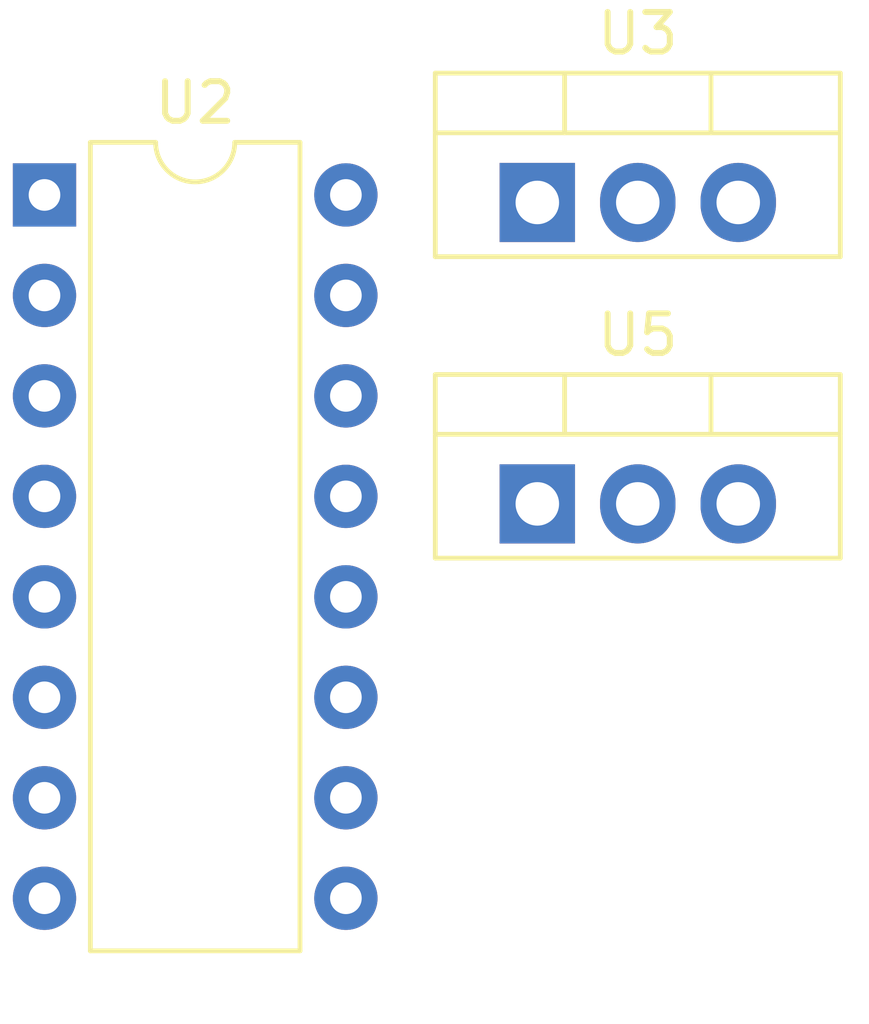
<source format=kicad_pcb>
(kicad_pcb (version 20221018) (generator pcbnew)
  (layers (0 "F.Cu" signal) (31 "B.Cu" signal) (34 "B.Paste" user) (35 "F.Paste" user) (36 "B.SilkS" user "B.Silkscreen") (37 "F.SilkS" user "F.Silkscreen") (38 "B.Mask" user) (39 "F.Mask" user) (44 "Edge.Cuts" user))
  (net 0 "")
  (net 1 "Net-(U1-34)")
  (net 2 "Net-(U1-32)")
  (net 3 "Net-(M1-+)")
  (net 4 "GND")
  (net 6 "Net-(M1--)")
  (net 7 "Net-(U1-35)")
  (net 8 "/Drive Motor")
  (net 16 "Net-(U3-ADJ)")
  (net 17 "Net-(U3-VI)")
  (net 18 "Net-(U5-ADJ)")
  (net 19 "/ESP Power")
  (footprint "Package_DIP:DIP-16_W7.62mm" (layer "F.Cu") (at 155.18 55.69)
    (fp_text reference "U2" (at 3.81 -2.33) (layer "F.SilkS"))
    (fp_text value "L293D")
    (fp_line (start 1.16 -1.33) (end 1.16 19.11) (stroke (width 0.12)) (layer "F.SilkS"))
    (fp_line (start 1.16 19.11) (end 6.46 19.11) (stroke (width 0.12)) (layer "F.SilkS"))
    (fp_line (start 2.81 -1.33) (end 1.16 -1.33) (stroke (width 0.12)) (layer "F.SilkS"))
    (fp_line (start 6.46 -1.33) (end 4.81 -1.33) (stroke (width 0.12)) (layer "F.SilkS"))
    (fp_line (start 6.46 19.11) (end 6.46 -1.33) (stroke (width 0.12)) (layer "F.SilkS"))
    (fp_arc (start 4.81 -1.33) (mid 3.81 -0.33) (end 2.81 -1.33) (stroke (width 0.12)) (layer "F.SilkS"))
    (pad "1" thru_hole rect (at 0 0) (size 1.6 1.6) (drill 0.8) (layers "*.Cu" "*.Mask") (net 1 "Net-(U1-34)"))
    (pad "2" thru_hole oval (at 0 2.54) (size 1.6 1.6) (drill 0.8) (layers "*.Cu" "*.Mask") (net 2 "Net-(U1-32)"))
    (pad "3" thru_hole oval (at 0 5.08) (size 1.6 1.6) (drill 0.8) (layers "*.Cu" "*.Mask") (net 3 "Net-(M1-+)"))
    (pad "4" thru_hole oval (at 0 7.62) (size 1.6 1.6) (drill 0.8) (layers "*.Cu" "*.Mask") (net 4 "GND"))
    (pad "5" thru_hole oval (at 0 10.16) (size 1.6 1.6) (drill 0.8) (layers "*.Cu" "*.Mask"))
    (pad "6" thru_hole oval (at 0 12.7) (size 1.6 1.6) (drill 0.8) (layers "*.Cu" "*.Mask") (net 6 "Net-(M1--)"))
    (pad "7" thru_hole oval (at 0 15.24) (size 1.6 1.6) (drill 0.8) (layers "*.Cu" "*.Mask") (net 7 "Net-(U1-35)"))
    (pad "8" thru_hole oval (at 0 17.78) (size 1.6 1.6) (drill 0.8) (layers "*.Cu" "*.Mask") (net 8 "/Drive Motor"))
    (pad "9" thru_hole oval (at 7.62 17.78) (size 1.6 1.6) (drill 0.8) (layers "*.Cu" "*.Mask"))
    (pad "10" thru_hole oval (at 7.62 15.24) (size 1.6 1.6) (drill 0.8) (layers "*.Cu" "*.Mask"))
    (pad "11" thru_hole oval (at 7.62 12.7) (size 1.6 1.6) (drill 0.8) (layers "*.Cu" "*.Mask"))
    (pad "12" thru_hole oval (at 7.62 10.16) (size 1.6 1.6) (drill 0.8) (layers "*.Cu" "*.Mask"))
    (pad "13" thru_hole oval (at 7.62 7.62) (size 1.6 1.6) (drill 0.8) (layers "*.Cu" "*.Mask"))
    (pad "14" thru_hole oval (at 7.62 5.08) (size 1.6 1.6) (drill 0.8) (layers "*.Cu" "*.Mask"))
    (pad "15" thru_hole oval (at 7.62 2.54) (size 1.6 1.6) (drill 0.8) (layers "*.Cu" "*.Mask"))
    (pad "16" thru_hole oval (at 7.62 0) (size 1.6 1.6) (drill 0.8) (layers "*.Cu" "*.Mask") (net 8 "/Drive Motor"))
  )
  (footprint "Package_TO_SOT_THT:TO-220-3_Vertical" (layer "F.Cu") (at 167.64 55.88)
    (fp_text reference "U3" (at 2.54 -4.27) (layer "F.SilkS"))
    (fp_text value "LM317_TO-220")
    (fp_line (start -2.58 -3.27) (end -2.58 1.371) (stroke (width 0.12)) (layer "F.SilkS"))
    (fp_line (start -2.58 -3.27) (end 7.66 -3.27) (stroke (width 0.12)) (layer "F.SilkS"))
    (fp_line (start -2.58 -1.76) (end 7.66 -1.76) (stroke (width 0.12)) (layer "F.SilkS"))
    (fp_line (start -2.58 1.371) (end 7.66 1.371) (stroke (width 0.12)) (layer "F.SilkS"))
    (fp_line (start 0.69 -3.27) (end 0.69 -1.76) (stroke (width 0.12)) (layer "F.SilkS"))
    (fp_line (start 4.391 -3.27) (end 4.391 -1.76) (stroke (width 0.12)) (layer "F.SilkS"))
    (fp_line (start 7.66 -3.27) (end 7.66 1.371) (stroke (width 0.12)) (layer "F.SilkS"))
    (pad "1" thru_hole rect (at 0 0) (size 1.905 2) (drill 1.1) (layers "*.Cu" "*.Mask") (net 16 "Net-(U3-ADJ)"))
    (pad "2" thru_hole oval (at 2.54 0) (size 1.905 2) (drill 1.1) (layers "*.Cu" "*.Mask") (net 8 "/Drive Motor"))
    (pad "3" thru_hole oval (at 5.08 0) (size 1.905 2) (drill 1.1) (layers "*.Cu" "*.Mask") (net 17 "Net-(U3-VI)"))
  )
  (footprint "Package_TO_SOT_THT:TO-220-3_Vertical" (layer "F.Cu") (at 167.64 63.5)
    (fp_text reference "U5" (at 2.54 -4.27) (layer "F.SilkS"))
    (fp_text value "LM317_TO-220")
    (fp_line (start -2.58 -3.27) (end -2.58 1.371) (stroke (width 0.12)) (layer "F.SilkS"))
    (fp_line (start -2.58 -3.27) (end 7.66 -3.27) (stroke (width 0.12)) (layer "F.SilkS"))
    (fp_line (start -2.58 -1.76) (end 7.66 -1.76) (stroke (width 0.12)) (layer "F.SilkS"))
    (fp_line (start -2.58 1.371) (end 7.66 1.371) (stroke (width 0.12)) (layer "F.SilkS"))
    (fp_line (start 0.69 -3.27) (end 0.69 -1.76) (stroke (width 0.12)) (layer "F.SilkS"))
    (fp_line (start 4.391 -3.27) (end 4.391 -1.76) (stroke (width 0.12)) (layer "F.SilkS"))
    (fp_line (start 7.66 -3.27) (end 7.66 1.371) (stroke (width 0.12)) (layer "F.SilkS"))
    (pad "1" thru_hole rect (at 0 0) (size 1.905 2) (drill 1.1) (layers "*.Cu" "*.Mask") (net 18 "Net-(U5-ADJ)"))
    (pad "2" thru_hole oval (at 2.54 0) (size 1.905 2) (drill 1.1) (layers "*.Cu" "*.Mask") (net 19 "/ESP Power"))
    (pad "3" thru_hole oval (at 5.08 0) (size 1.905 2) (drill 1.1) (layers "*.Cu" "*.Mask") (net 17 "Net-(U3-VI)"))
  )
)
</source>
